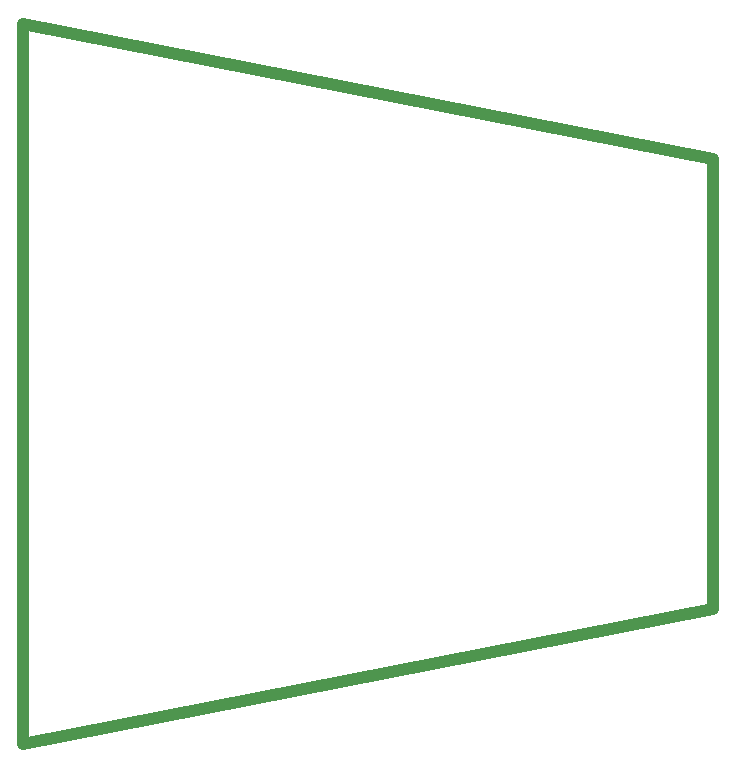
<source format=gbr>
%TF.GenerationSoftware,KiCad,Pcbnew,(5.1.6-0-10_14)*%
%TF.CreationDate,2020-06-28T20:47:41+01:00*%
%TF.ProjectId,mux-control,6d75782d-636f-46e7-9472-6f6c2e6b6963,rev?*%
%TF.SameCoordinates,Original*%
%TF.FileFunction,Profile,NP*%
%FSLAX46Y46*%
G04 Gerber Fmt 4.6, Leading zero omitted, Abs format (unit mm)*
G04 Created by KiCad (PCBNEW (5.1.6-0-10_14)) date 2020-06-28 20:47:41*
%MOMM*%
%LPD*%
G01*
G04 APERTURE LIST*
%TA.AperFunction,Profile*%
%ADD10C,1.000000*%
%TD*%
G04 APERTURE END LIST*
D10*
X116840000Y-116840000D02*
X175260000Y-105410000D01*
X116840000Y-55880000D02*
X175260000Y-67310000D01*
X116840000Y-116840000D02*
X116840000Y-55880000D01*
X175260000Y-67310000D02*
X175260000Y-105410000D01*
M02*

</source>
